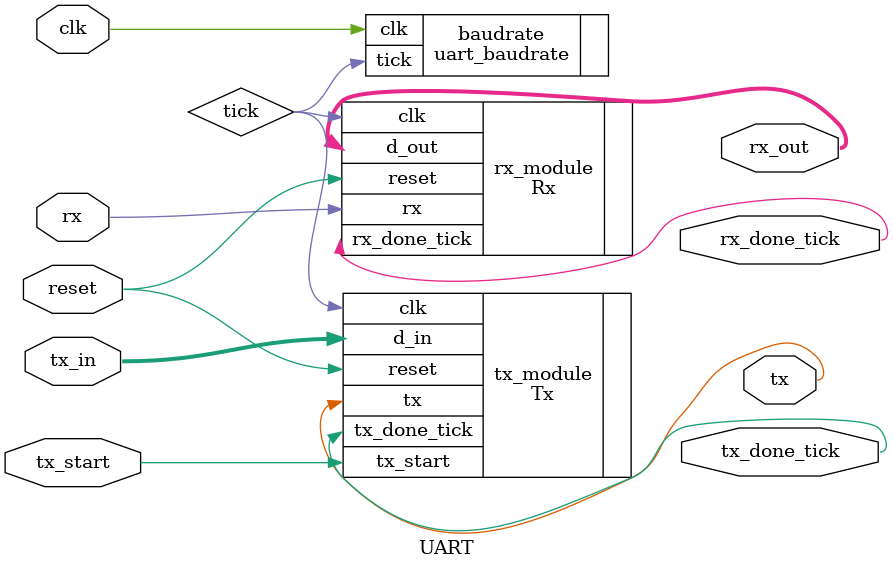
<source format=v>
`timescale 1ns / 1ps
module UART(
	input                                              reset,
	input                                              clk,
	input                                              rx,
	
	input      [7:0]                                   tx_in,
	input                                              tx_start,
	
	output                                             tx,
	output                                             tx_done_tick,
	output                                             rx_done_tick,
	      
	output     [7:0]                       rx_out      
    );
	 
	wire                                   tick;
	
	uart_baudrate baudrate
	(
	   .clk(clk),
	   .tick(tick)
	);
	
	Rx rx_module
	(
	   .reset(reset),
	   .clk(tick),
	   .rx(rx),
	   .d_out(rx_out),
	   .rx_done_tick(rx_done_tick)
   );
	
	Tx tx_module(
	   .reset(reset),
	   .clk(tick),
	   .tx_start(tx_start),
	   .tx(tx),
	   .d_in(tx_in),
	   .tx_done_tick(tx_done_tick)
   );
	
endmodule

</source>
